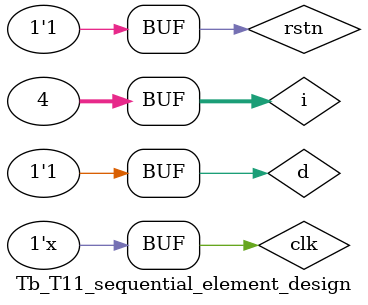
<source format=v>
/*
AT THE POSITIVE EDGE OF CLK :
    1. First "if" block checks value of active-low reset "rstn" :
        a. If "rstn" is zero, then output "q" should be reset to default value of 0
        b. If "rstn" is one, then it means reset is not applied and should follow default behavior

    2. If the previous step is false:
        a. Check value of "d" and if it is found to be one, then invert value of "q"
        b. If "d" is 0, then maintain value of "q"
*/      


/*
AT THE NEGATIVE EDGE OF CLK :
    1. First "if" block checks value of active-low reset "rstn". At negative edge of the signal, its value is 0.
        a. If value of "rstn" is 0, then it means reset is applied and output should be reset to default value of 0
        b. The case where value of "rstn" is 1 is not considered because the current event is negative edge of the "rstn"
*/
// =========================================================================================================================================
module T11_sequential_element_design (
    input d, clk, rstn,
    output reg q);

    always @(posedge clk or negedge rstn) begin
        if (!rstn) begin
            q <= 0;
        end else begin
            if (d) begin
                q <= ~q;
            end else begin
                q <= q;
            end
        end
    end    
endmodule

module Tb_T11_sequential_element_design;

    reg d, clk, rstn;
    wire q;
    integer i;

    T11_sequential_element_design Tb (.d(d), .clk(clk), .rstn(rstn), .q(q));

    initial begin
        d    <= 0;
        clk  <= 0;
        rstn <= 0;

        $monitor("d :%0d clk :%0d rstn :%0d q :%0d", d, clk, rstn, q);        

        for (i = 0; i < 4; i = i + 1) begin
            {d, rstn} = i;
            #10;
        end
    end
    always #10 clk = ~clk;
    
endmodule
</source>
